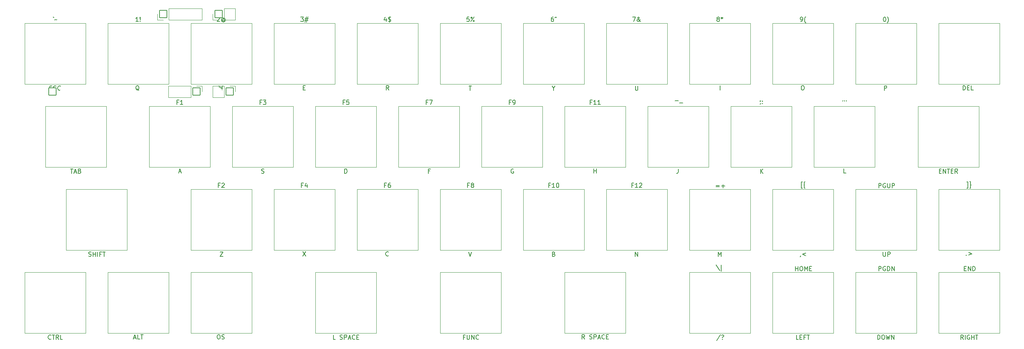
<source format=gto>
G04 #@! TF.GenerationSoftware,KiCad,Pcbnew,(6.0.2-0)*
G04 #@! TF.CreationDate,2022-06-21T21:38:28+10:00*
G04 #@! TF.ProjectId,keyboard-with-attached-pico,6b657962-6f61-4726-942d-776974682d61,1.01*
G04 #@! TF.SameCoordinates,Original*
G04 #@! TF.FileFunction,Legend,Top*
G04 #@! TF.FilePolarity,Positive*
%FSLAX46Y46*%
G04 Gerber Fmt 4.6, Leading zero omitted, Abs format (unit mm)*
G04 Created by KiCad (PCBNEW (6.0.2-0)) date 2022-06-21 21:38:28*
%MOMM*%
%LPD*%
G01*
G04 APERTURE LIST*
G04 Aperture macros list*
%AMRoundRect*
0 Rectangle with rounded corners*
0 $1 Rounding radius*
0 $2 $3 $4 $5 $6 $7 $8 $9 X,Y pos of 4 corners*
0 Add a 4 corners polygon primitive as box body*
4,1,4,$2,$3,$4,$5,$6,$7,$8,$9,$2,$3,0*
0 Add four circle primitives for the rounded corners*
1,1,$1+$1,$2,$3*
1,1,$1+$1,$4,$5*
1,1,$1+$1,$6,$7*
1,1,$1+$1,$8,$9*
0 Add four rect primitives between the rounded corners*
20,1,$1+$1,$2,$3,$4,$5,0*
20,1,$1+$1,$4,$5,$6,$7,0*
20,1,$1+$1,$6,$7,$8,$9,0*
20,1,$1+$1,$8,$9,$2,$3,0*%
G04 Aperture macros list end*
%ADD10C,0.150000*%
%ADD11C,0.120000*%
%ADD12C,1.802000*%
%ADD13C,4.102000*%
%ADD14C,2.302000*%
%ADD15C,3.302000*%
%ADD16RoundRect,0.051000X0.850000X-0.850000X0.850000X0.850000X-0.850000X0.850000X-0.850000X-0.850000X0*%
%ADD17O,1.802000X1.802000*%
%ADD18C,3.152000*%
%ADD19RoundRect,0.051000X-0.850000X0.850000X-0.850000X-0.850000X0.850000X-0.850000X0.850000X0.850000X0*%
G04 APERTURE END LIST*
D10*
X249428095Y-135707428D02*
X250190000Y-135707428D01*
X250428095Y-136183619D02*
X251190000Y-136183619D01*
X296156285Y-174696380D02*
X296156285Y-173696380D01*
X296537238Y-173696380D01*
X296632476Y-173744000D01*
X296680095Y-173791619D01*
X296727714Y-173886857D01*
X296727714Y-174029714D01*
X296680095Y-174124952D01*
X296632476Y-174172571D01*
X296537238Y-174220190D01*
X296156285Y-174220190D01*
X297680095Y-173744000D02*
X297584857Y-173696380D01*
X297442000Y-173696380D01*
X297299142Y-173744000D01*
X297203904Y-173839238D01*
X297156285Y-173934476D01*
X297108666Y-174124952D01*
X297108666Y-174267809D01*
X297156285Y-174458285D01*
X297203904Y-174553523D01*
X297299142Y-174648761D01*
X297442000Y-174696380D01*
X297537238Y-174696380D01*
X297680095Y-174648761D01*
X297727714Y-174601142D01*
X297727714Y-174267809D01*
X297537238Y-174267809D01*
X298156285Y-174696380D02*
X298156285Y-173696380D01*
X298394380Y-173696380D01*
X298537238Y-173744000D01*
X298632476Y-173839238D01*
X298680095Y-173934476D01*
X298727714Y-174124952D01*
X298727714Y-174267809D01*
X298680095Y-174458285D01*
X298632476Y-174553523D01*
X298537238Y-174648761D01*
X298394380Y-174696380D01*
X298156285Y-174696380D01*
X299156285Y-174696380D02*
X299156285Y-173696380D01*
X299727714Y-174696380D01*
X299727714Y-173696380D01*
X287956666Y-135596380D02*
X287861428Y-135786857D01*
X288337619Y-135596380D02*
X288337619Y-135786857D01*
X288718571Y-135596380D02*
X288718571Y-135786857D01*
X315753904Y-174172571D02*
X316087238Y-174172571D01*
X316230095Y-174696380D02*
X315753904Y-174696380D01*
X315753904Y-173696380D01*
X316230095Y-173696380D01*
X316658666Y-174696380D02*
X316658666Y-173696380D01*
X317230095Y-174696380D01*
X317230095Y-173696380D01*
X317706285Y-174696380D02*
X317706285Y-173696380D01*
X317944380Y-173696380D01*
X318087238Y-173744000D01*
X318182476Y-173839238D01*
X318230095Y-173934476D01*
X318277714Y-174124952D01*
X318277714Y-174267809D01*
X318230095Y-174458285D01*
X318182476Y-174553523D01*
X318087238Y-174648761D01*
X317944380Y-174696380D01*
X317706285Y-174696380D01*
X106109523Y-132758571D02*
X106442857Y-132758571D01*
X106585714Y-133282380D02*
X106109523Y-133282380D01*
X106109523Y-132282380D01*
X106585714Y-132282380D01*
X106966666Y-133234761D02*
X107109523Y-133282380D01*
X107347619Y-133282380D01*
X107442857Y-133234761D01*
X107490476Y-133187142D01*
X107538095Y-133091904D01*
X107538095Y-132996666D01*
X107490476Y-132901428D01*
X107442857Y-132853809D01*
X107347619Y-132806190D01*
X107157142Y-132758571D01*
X107061904Y-132710952D01*
X107014285Y-132663333D01*
X106966666Y-132568095D01*
X106966666Y-132472857D01*
X107014285Y-132377619D01*
X107061904Y-132330000D01*
X107157142Y-132282380D01*
X107395238Y-132282380D01*
X107538095Y-132330000D01*
X108538095Y-133187142D02*
X108490476Y-133234761D01*
X108347619Y-133282380D01*
X108252380Y-133282380D01*
X108109523Y-133234761D01*
X108014285Y-133139523D01*
X107966666Y-133044285D01*
X107919047Y-132853809D01*
X107919047Y-132710952D01*
X107966666Y-132520476D01*
X108014285Y-132425238D01*
X108109523Y-132330000D01*
X108252380Y-132282380D01*
X108347619Y-132282380D01*
X108490476Y-132330000D01*
X108538095Y-132377619D01*
X212391904Y-151380000D02*
X212296666Y-151332380D01*
X212153809Y-151332380D01*
X212010952Y-151380000D01*
X211915714Y-151475238D01*
X211868095Y-151570476D01*
X211820476Y-151760952D01*
X211820476Y-151903809D01*
X211868095Y-152094285D01*
X211915714Y-152189523D01*
X212010952Y-152284761D01*
X212153809Y-152332380D01*
X212249047Y-152332380D01*
X212391904Y-152284761D01*
X212439523Y-152237142D01*
X212439523Y-151903809D01*
X212249047Y-151903809D01*
X277058666Y-174696380D02*
X277058666Y-173696380D01*
X277058666Y-174172571D02*
X277630095Y-174172571D01*
X277630095Y-174696380D02*
X277630095Y-173696380D01*
X278296761Y-173696380D02*
X278487238Y-173696380D01*
X278582476Y-173744000D01*
X278677714Y-173839238D01*
X278725333Y-174029714D01*
X278725333Y-174363047D01*
X278677714Y-174553523D01*
X278582476Y-174648761D01*
X278487238Y-174696380D01*
X278296761Y-174696380D01*
X278201523Y-174648761D01*
X278106285Y-174553523D01*
X278058666Y-174363047D01*
X278058666Y-174029714D01*
X278106285Y-173839238D01*
X278201523Y-173744000D01*
X278296761Y-173696380D01*
X279153904Y-174696380D02*
X279153904Y-173696380D01*
X279487238Y-174410666D01*
X279820571Y-173696380D01*
X279820571Y-174696380D01*
X280296761Y-174172571D02*
X280630095Y-174172571D01*
X280772952Y-174696380D02*
X280296761Y-174696380D01*
X280296761Y-173696380D01*
X280772952Y-173696380D01*
X126550952Y-133307619D02*
X126455714Y-133260000D01*
X126360476Y-133164761D01*
X126217619Y-133021904D01*
X126122380Y-132974285D01*
X126027142Y-132974285D01*
X126074761Y-133212380D02*
X125979523Y-133164761D01*
X125884285Y-133069523D01*
X125836666Y-132879047D01*
X125836666Y-132545714D01*
X125884285Y-132355238D01*
X125979523Y-132260000D01*
X126074761Y-132212380D01*
X126265238Y-132212380D01*
X126360476Y-132260000D01*
X126455714Y-132355238D01*
X126503333Y-132545714D01*
X126503333Y-132879047D01*
X126455714Y-133069523D01*
X126360476Y-133164761D01*
X126265238Y-133212380D01*
X126074761Y-133212380D01*
X240284285Y-171392380D02*
X240284285Y-170392380D01*
X240855714Y-171392380D01*
X240855714Y-170392380D01*
X269049523Y-136294761D02*
X269049523Y-136342380D01*
X269001904Y-136437619D01*
X268954285Y-136485238D01*
X269001904Y-135723333D02*
X269049523Y-135770952D01*
X269001904Y-135818571D01*
X268954285Y-135770952D01*
X269001904Y-135723333D01*
X269001904Y-135818571D01*
X269478095Y-136247142D02*
X269525714Y-136294761D01*
X269478095Y-136342380D01*
X269430476Y-136294761D01*
X269478095Y-136247142D01*
X269478095Y-136342380D01*
X269478095Y-135723333D02*
X269525714Y-135770952D01*
X269478095Y-135818571D01*
X269430476Y-135770952D01*
X269478095Y-135723333D01*
X269478095Y-135818571D01*
X221610000Y-132826190D02*
X221610000Y-133302380D01*
X221276666Y-132302380D02*
X221610000Y-132826190D01*
X221943333Y-132302380D01*
X221661428Y-170868571D02*
X221804285Y-170916190D01*
X221851904Y-170963809D01*
X221899523Y-171059047D01*
X221899523Y-171201904D01*
X221851904Y-171297142D01*
X221804285Y-171344761D01*
X221709047Y-171392380D01*
X221328095Y-171392380D01*
X221328095Y-170392380D01*
X221661428Y-170392380D01*
X221756666Y-170440000D01*
X221804285Y-170487619D01*
X221851904Y-170582857D01*
X221851904Y-170678095D01*
X221804285Y-170773333D01*
X221756666Y-170820952D01*
X221661428Y-170868571D01*
X221328095Y-170868571D01*
X154624285Y-152284761D02*
X154767142Y-152332380D01*
X155005238Y-152332380D01*
X155100476Y-152284761D01*
X155148095Y-152237142D01*
X155195714Y-152141904D01*
X155195714Y-152046666D01*
X155148095Y-151951428D01*
X155100476Y-151903809D01*
X155005238Y-151856190D01*
X154814761Y-151808571D01*
X154719523Y-151760952D01*
X154671904Y-151713333D01*
X154624285Y-151618095D01*
X154624285Y-151522857D01*
X154671904Y-151427619D01*
X154719523Y-151380000D01*
X154814761Y-151332380D01*
X155052857Y-151332380D01*
X155195714Y-151380000D01*
X230834285Y-152262380D02*
X230834285Y-151262380D01*
X230834285Y-151738571D02*
X231405714Y-151738571D01*
X231405714Y-152262380D02*
X231405714Y-151262380D01*
X278248571Y-171274761D02*
X278248571Y-171322380D01*
X278200952Y-171417619D01*
X278153333Y-171465238D01*
X279439047Y-170655714D02*
X278677142Y-170941428D01*
X279439047Y-171227142D01*
X144911428Y-132212380D02*
X145149523Y-133212380D01*
X145340000Y-132498095D01*
X145530476Y-133212380D01*
X145768571Y-132212380D01*
X135711904Y-151976666D02*
X136188095Y-151976666D01*
X135616666Y-152262380D02*
X135950000Y-151262380D01*
X136283333Y-152262380D01*
X164205714Y-132688571D02*
X164539047Y-132688571D01*
X164681904Y-133212380D02*
X164205714Y-133212380D01*
X164205714Y-132212380D01*
X164681904Y-132212380D01*
X296156285Y-155646380D02*
X296156285Y-154646380D01*
X296537238Y-154646380D01*
X296632476Y-154694000D01*
X296680095Y-154741619D01*
X296727714Y-154836857D01*
X296727714Y-154979714D01*
X296680095Y-155074952D01*
X296632476Y-155122571D01*
X296537238Y-155170190D01*
X296156285Y-155170190D01*
X297680095Y-154694000D02*
X297584857Y-154646380D01*
X297442000Y-154646380D01*
X297299142Y-154694000D01*
X297203904Y-154789238D01*
X297156285Y-154884476D01*
X297108666Y-155074952D01*
X297108666Y-155217809D01*
X297156285Y-155408285D01*
X297203904Y-155503523D01*
X297299142Y-155598761D01*
X297442000Y-155646380D01*
X297537238Y-155646380D01*
X297680095Y-155598761D01*
X297727714Y-155551142D01*
X297727714Y-155217809D01*
X297537238Y-155217809D01*
X298156285Y-154646380D02*
X298156285Y-155455904D01*
X298203904Y-155551142D01*
X298251523Y-155598761D01*
X298346761Y-155646380D01*
X298537238Y-155646380D01*
X298632476Y-155598761D01*
X298680095Y-155551142D01*
X298727714Y-155455904D01*
X298727714Y-154646380D01*
X299203904Y-155646380D02*
X299203904Y-154646380D01*
X299584857Y-154646380D01*
X299680095Y-154694000D01*
X299727714Y-154741619D01*
X299775333Y-154836857D01*
X299775333Y-154979714D01*
X299727714Y-155074952D01*
X299680095Y-155122571D01*
X299584857Y-155170190D01*
X299203904Y-155170190D01*
X164096666Y-170322380D02*
X164763333Y-171322380D01*
X164763333Y-170322380D02*
X164096666Y-171322380D01*
X202204285Y-132282380D02*
X202775714Y-132282380D01*
X202490000Y-133282380D02*
X202490000Y-132282380D01*
X145116666Y-170392380D02*
X145783333Y-170392380D01*
X145116666Y-171392380D01*
X145783333Y-171392380D01*
X193222857Y-151808571D02*
X192889523Y-151808571D01*
X192889523Y-152332380D02*
X192889523Y-151332380D01*
X193365714Y-151332380D01*
X316240952Y-171087142D02*
X316288571Y-171134761D01*
X316240952Y-171182380D01*
X316193333Y-171134761D01*
X316240952Y-171087142D01*
X316240952Y-171182380D01*
X316717142Y-170515714D02*
X317479047Y-170801428D01*
X316717142Y-171087142D01*
X240354285Y-132302380D02*
X240354285Y-133111904D01*
X240401904Y-133207142D01*
X240449523Y-133254761D01*
X240544761Y-133302380D01*
X240735238Y-133302380D01*
X240830476Y-133254761D01*
X240878095Y-133207142D01*
X240925714Y-133111904D01*
X240925714Y-132302380D01*
X297428095Y-133282380D02*
X297428095Y-132282380D01*
X297809047Y-132282380D01*
X297904285Y-132330000D01*
X297951904Y-132377619D01*
X297999523Y-132472857D01*
X297999523Y-132615714D01*
X297951904Y-132710952D01*
X297904285Y-132758571D01*
X297809047Y-132806190D01*
X297428095Y-132806190D01*
X259842000Y-189396761D02*
X258984857Y-190682476D01*
X260318190Y-190349142D02*
X260365809Y-190396761D01*
X260318190Y-190444380D01*
X260270571Y-190396761D01*
X260318190Y-190349142D01*
X260318190Y-190444380D01*
X260127714Y-189492000D02*
X260222952Y-189444380D01*
X260461047Y-189444380D01*
X260556285Y-189492000D01*
X260603904Y-189587238D01*
X260603904Y-189682476D01*
X260556285Y-189777714D01*
X260508666Y-189825333D01*
X260413428Y-189872952D01*
X260365809Y-189920571D01*
X260318190Y-190015809D01*
X260318190Y-190063428D01*
X183729523Y-171227142D02*
X183681904Y-171274761D01*
X183539047Y-171322380D01*
X183443809Y-171322380D01*
X183300952Y-171274761D01*
X183205714Y-171179523D01*
X183158095Y-171084285D01*
X183110476Y-170893809D01*
X183110476Y-170750952D01*
X183158095Y-170560476D01*
X183205714Y-170465238D01*
X183300952Y-170370000D01*
X183443809Y-170322380D01*
X183539047Y-170322380D01*
X183681904Y-170370000D01*
X183729523Y-170417619D01*
X202136666Y-170392380D02*
X202470000Y-171392380D01*
X202803333Y-170392380D01*
X258842000Y-155122571D02*
X259603904Y-155122571D01*
X259603904Y-155408285D02*
X258842000Y-155408285D01*
X260080095Y-155265428D02*
X260842000Y-155265428D01*
X260461047Y-155646380D02*
X260461047Y-154884476D01*
X183819523Y-133212380D02*
X183486190Y-132736190D01*
X183248095Y-133212380D02*
X183248095Y-132212380D01*
X183629047Y-132212380D01*
X183724285Y-132260000D01*
X183771904Y-132307619D01*
X183819523Y-132402857D01*
X183819523Y-132545714D01*
X183771904Y-132640952D01*
X183724285Y-132688571D01*
X183629047Y-132736190D01*
X183248095Y-132736190D01*
X259760000Y-133212380D02*
X259760000Y-132212380D01*
X173698095Y-152332380D02*
X173698095Y-151332380D01*
X173936190Y-151332380D01*
X174079047Y-151380000D01*
X174174285Y-151475238D01*
X174221904Y-151570476D01*
X174269523Y-151760952D01*
X174269523Y-151903809D01*
X174221904Y-152094285D01*
X174174285Y-152189523D01*
X174079047Y-152284761D01*
X173936190Y-152332380D01*
X173698095Y-152332380D01*
X278614761Y-132212380D02*
X278805238Y-132212380D01*
X278900476Y-132260000D01*
X278995714Y-132355238D01*
X279043333Y-132545714D01*
X279043333Y-132879047D01*
X278995714Y-133069523D01*
X278900476Y-133164761D01*
X278805238Y-133212380D01*
X278614761Y-133212380D01*
X278519523Y-133164761D01*
X278424285Y-133069523D01*
X278376666Y-132879047D01*
X278376666Y-132545714D01*
X278424285Y-132355238D01*
X278519523Y-132260000D01*
X278614761Y-132212380D01*
X106862619Y-116450761D02*
X107005476Y-116593619D01*
X107243571Y-117117428D02*
X107291190Y-117069809D01*
X107386428Y-117022190D01*
X107576904Y-117117428D01*
X107672142Y-117069809D01*
X107719761Y-117022190D01*
X126412619Y-117498380D02*
X125841190Y-117498380D01*
X126126904Y-117498380D02*
X126126904Y-116498380D01*
X126031666Y-116641238D01*
X125936428Y-116736476D01*
X125841190Y-116784095D01*
X126841190Y-117403142D02*
X126888809Y-117450761D01*
X126841190Y-117498380D01*
X126793571Y-117450761D01*
X126841190Y-117403142D01*
X126841190Y-117498380D01*
X126841190Y-117117428D02*
X126793571Y-116546000D01*
X126841190Y-116498380D01*
X126888809Y-116546000D01*
X126841190Y-117117428D01*
X126841190Y-116498380D01*
X315470952Y-133212380D02*
X315470952Y-132212380D01*
X315709047Y-132212380D01*
X315851904Y-132260000D01*
X315947142Y-132355238D01*
X315994761Y-132450476D01*
X316042380Y-132640952D01*
X316042380Y-132783809D01*
X315994761Y-132974285D01*
X315947142Y-133069523D01*
X315851904Y-133164761D01*
X315709047Y-133212380D01*
X315470952Y-133212380D01*
X316470952Y-132688571D02*
X316804285Y-132688571D01*
X316947142Y-133212380D02*
X316470952Y-133212380D01*
X316470952Y-132212380D01*
X316947142Y-132212380D01*
X317851904Y-133212380D02*
X317375714Y-133212380D01*
X317375714Y-132212380D01*
X192706666Y-136024571D02*
X192373333Y-136024571D01*
X192373333Y-136548380D02*
X192373333Y-135548380D01*
X192849523Y-135548380D01*
X193135238Y-135548380D02*
X193801904Y-135548380D01*
X193373333Y-136548380D01*
X250202857Y-151332380D02*
X250202857Y-152046666D01*
X250155238Y-152189523D01*
X250060000Y-152284761D01*
X249917142Y-152332380D01*
X249821904Y-152332380D01*
X297154285Y-170392380D02*
X297154285Y-171201904D01*
X297201904Y-171297142D01*
X297249523Y-171344761D01*
X297344761Y-171392380D01*
X297535238Y-171392380D01*
X297630476Y-171344761D01*
X297678095Y-171297142D01*
X297725714Y-171201904D01*
X297725714Y-170392380D01*
X298201904Y-171392380D02*
X298201904Y-170392380D01*
X298582857Y-170392380D01*
X298678095Y-170440000D01*
X298725714Y-170487619D01*
X298773333Y-170582857D01*
X298773333Y-170725714D01*
X298725714Y-170820952D01*
X298678095Y-170868571D01*
X298582857Y-170916190D01*
X298201904Y-170916190D01*
X297434047Y-116498380D02*
X297529285Y-116498380D01*
X297624523Y-116546000D01*
X297672142Y-116593619D01*
X297719761Y-116688857D01*
X297767380Y-116879333D01*
X297767380Y-117117428D01*
X297719761Y-117307904D01*
X297672142Y-117403142D01*
X297624523Y-117450761D01*
X297529285Y-117498380D01*
X297434047Y-117498380D01*
X297338809Y-117450761D01*
X297291190Y-117403142D01*
X297243571Y-117307904D01*
X297195952Y-117117428D01*
X297195952Y-116879333D01*
X297243571Y-116688857D01*
X297291190Y-116593619D01*
X297338809Y-116546000D01*
X297434047Y-116498380D01*
X298100714Y-117879333D02*
X298148333Y-117831714D01*
X298243571Y-117688857D01*
X298291190Y-117593619D01*
X298338809Y-117450761D01*
X298386428Y-117212666D01*
X298386428Y-117022190D01*
X298338809Y-116784095D01*
X298291190Y-116641238D01*
X298243571Y-116546000D01*
X298148333Y-116403142D01*
X298100714Y-116355523D01*
X183229285Y-116831714D02*
X183229285Y-117498380D01*
X182991190Y-116450761D02*
X182753095Y-117165047D01*
X183372142Y-117165047D01*
X183705476Y-117450761D02*
X183848333Y-117498380D01*
X184086428Y-117498380D01*
X184181666Y-117450761D01*
X184229285Y-117403142D01*
X184276904Y-117307904D01*
X184276904Y-117212666D01*
X184229285Y-117117428D01*
X184181666Y-117069809D01*
X184086428Y-117022190D01*
X183895952Y-116974571D01*
X183800714Y-116926952D01*
X183753095Y-116879333D01*
X183705476Y-116784095D01*
X183705476Y-116688857D01*
X183753095Y-116593619D01*
X183800714Y-116546000D01*
X183895952Y-116498380D01*
X184134047Y-116498380D01*
X184276904Y-116546000D01*
X183991190Y-116355523D02*
X183991190Y-117641238D01*
X259356666Y-171392380D02*
X259356666Y-170392380D01*
X259690000Y-171106666D01*
X260023333Y-170392380D01*
X260023333Y-171392380D01*
X202231666Y-155074571D02*
X201898333Y-155074571D01*
X201898333Y-155598380D02*
X201898333Y-154598380D01*
X202374523Y-154598380D01*
X202898333Y-155026952D02*
X202803095Y-154979333D01*
X202755476Y-154931714D01*
X202707857Y-154836476D01*
X202707857Y-154788857D01*
X202755476Y-154693619D01*
X202803095Y-154646000D01*
X202898333Y-154598380D01*
X203088809Y-154598380D01*
X203184047Y-154646000D01*
X203231666Y-154693619D01*
X203279285Y-154788857D01*
X203279285Y-154836476D01*
X203231666Y-154931714D01*
X203184047Y-154979333D01*
X203088809Y-155026952D01*
X202898333Y-155026952D01*
X202803095Y-155074571D01*
X202755476Y-155122190D01*
X202707857Y-155217428D01*
X202707857Y-155407904D01*
X202755476Y-155503142D01*
X202803095Y-155550761D01*
X202898333Y-155598380D01*
X203088809Y-155598380D01*
X203184047Y-155550761D01*
X203231666Y-155503142D01*
X203279285Y-155407904D01*
X203279285Y-155217428D01*
X203231666Y-155122190D01*
X203184047Y-155074571D01*
X203088809Y-155026952D01*
X269058095Y-152332380D02*
X269058095Y-151332380D01*
X269629523Y-152332380D02*
X269200952Y-151760952D01*
X269629523Y-151332380D02*
X269058095Y-151903809D01*
X228721428Y-190372380D02*
X228388095Y-189896190D01*
X228150000Y-190372380D02*
X228150000Y-189372380D01*
X228530952Y-189372380D01*
X228626190Y-189420000D01*
X228673809Y-189467619D01*
X228721428Y-189562857D01*
X228721428Y-189705714D01*
X228673809Y-189800952D01*
X228626190Y-189848571D01*
X228530952Y-189896190D01*
X228150000Y-189896190D01*
X229864285Y-190324761D02*
X230007142Y-190372380D01*
X230245238Y-190372380D01*
X230340476Y-190324761D01*
X230388095Y-190277142D01*
X230435714Y-190181904D01*
X230435714Y-190086666D01*
X230388095Y-189991428D01*
X230340476Y-189943809D01*
X230245238Y-189896190D01*
X230054761Y-189848571D01*
X229959523Y-189800952D01*
X229911904Y-189753333D01*
X229864285Y-189658095D01*
X229864285Y-189562857D01*
X229911904Y-189467619D01*
X229959523Y-189420000D01*
X230054761Y-189372380D01*
X230292857Y-189372380D01*
X230435714Y-189420000D01*
X230864285Y-190372380D02*
X230864285Y-189372380D01*
X231245238Y-189372380D01*
X231340476Y-189420000D01*
X231388095Y-189467619D01*
X231435714Y-189562857D01*
X231435714Y-189705714D01*
X231388095Y-189800952D01*
X231340476Y-189848571D01*
X231245238Y-189896190D01*
X230864285Y-189896190D01*
X231816666Y-190086666D02*
X232292857Y-190086666D01*
X231721428Y-190372380D02*
X232054761Y-189372380D01*
X232388095Y-190372380D01*
X233292857Y-190277142D02*
X233245238Y-190324761D01*
X233102380Y-190372380D01*
X233007142Y-190372380D01*
X232864285Y-190324761D01*
X232769047Y-190229523D01*
X232721428Y-190134285D01*
X232673809Y-189943809D01*
X232673809Y-189800952D01*
X232721428Y-189610476D01*
X232769047Y-189515238D01*
X232864285Y-189420000D01*
X233007142Y-189372380D01*
X233102380Y-189372380D01*
X233245238Y-189420000D01*
X233292857Y-189467619D01*
X233721428Y-189848571D02*
X234054761Y-189848571D01*
X234197619Y-190372380D02*
X233721428Y-190372380D01*
X233721428Y-189372380D01*
X234197619Y-189372380D01*
X278241190Y-117498380D02*
X278431666Y-117498380D01*
X278526904Y-117450761D01*
X278574523Y-117403142D01*
X278669761Y-117260285D01*
X278717380Y-117069809D01*
X278717380Y-116688857D01*
X278669761Y-116593619D01*
X278622142Y-116546000D01*
X278526904Y-116498380D01*
X278336428Y-116498380D01*
X278241190Y-116546000D01*
X278193571Y-116593619D01*
X278145952Y-116688857D01*
X278145952Y-116926952D01*
X278193571Y-117022190D01*
X278241190Y-117069809D01*
X278336428Y-117117428D01*
X278526904Y-117117428D01*
X278622142Y-117069809D01*
X278669761Y-117022190D01*
X278717380Y-116926952D01*
X279431666Y-117879333D02*
X279384047Y-117831714D01*
X279288809Y-117688857D01*
X279241190Y-117593619D01*
X279193571Y-117450761D01*
X279145952Y-117212666D01*
X279145952Y-117022190D01*
X279193571Y-116784095D01*
X279241190Y-116641238D01*
X279288809Y-116546000D01*
X279384047Y-116403142D01*
X279431666Y-116355523D01*
X230330476Y-136024571D02*
X229997142Y-136024571D01*
X229997142Y-136548380D02*
X229997142Y-135548380D01*
X230473333Y-135548380D01*
X231378095Y-136548380D02*
X230806666Y-136548380D01*
X231092380Y-136548380D02*
X231092380Y-135548380D01*
X230997142Y-135691238D01*
X230901904Y-135786476D01*
X230806666Y-135834095D01*
X232330476Y-136548380D02*
X231759047Y-136548380D01*
X232044761Y-136548380D02*
X232044761Y-135548380D01*
X231949523Y-135691238D01*
X231854285Y-135786476D01*
X231759047Y-135834095D01*
X173656666Y-136024571D02*
X173323333Y-136024571D01*
X173323333Y-136548380D02*
X173323333Y-135548380D01*
X173799523Y-135548380D01*
X174656666Y-135548380D02*
X174180476Y-135548380D01*
X174132857Y-136024571D01*
X174180476Y-135976952D01*
X174275714Y-135929333D01*
X174513809Y-135929333D01*
X174609047Y-135976952D01*
X174656666Y-136024571D01*
X174704285Y-136119809D01*
X174704285Y-136357904D01*
X174656666Y-136453142D01*
X174609047Y-136500761D01*
X174513809Y-136548380D01*
X174275714Y-136548380D01*
X174180476Y-136500761D01*
X174132857Y-136453142D01*
X135556666Y-136024571D02*
X135223333Y-136024571D01*
X135223333Y-136548380D02*
X135223333Y-135548380D01*
X135699523Y-135548380D01*
X136604285Y-136548380D02*
X136032857Y-136548380D01*
X136318571Y-136548380D02*
X136318571Y-135548380D01*
X136223333Y-135691238D01*
X136128095Y-135786476D01*
X136032857Y-135834095D01*
X110855714Y-151332380D02*
X111427142Y-151332380D01*
X111141428Y-152332380D02*
X111141428Y-151332380D01*
X111712857Y-152046666D02*
X112189047Y-152046666D01*
X111617619Y-152332380D02*
X111950952Y-151332380D01*
X112284285Y-152332380D01*
X112950952Y-151808571D02*
X113093809Y-151856190D01*
X113141428Y-151903809D01*
X113189047Y-151999047D01*
X113189047Y-152141904D01*
X113141428Y-152237142D01*
X113093809Y-152284761D01*
X112998571Y-152332380D01*
X112617619Y-152332380D01*
X112617619Y-151332380D01*
X112950952Y-151332380D01*
X113046190Y-151380000D01*
X113093809Y-151427619D01*
X113141428Y-151522857D01*
X113141428Y-151618095D01*
X113093809Y-151713333D01*
X113046190Y-151760952D01*
X112950952Y-151808571D01*
X112617619Y-151808571D01*
X183181666Y-155074571D02*
X182848333Y-155074571D01*
X182848333Y-155598380D02*
X182848333Y-154598380D01*
X183324523Y-154598380D01*
X184134047Y-154598380D02*
X183943571Y-154598380D01*
X183848333Y-154646000D01*
X183800714Y-154693619D01*
X183705476Y-154836476D01*
X183657857Y-155026952D01*
X183657857Y-155407904D01*
X183705476Y-155503142D01*
X183753095Y-155550761D01*
X183848333Y-155598380D01*
X184038809Y-155598380D01*
X184134047Y-155550761D01*
X184181666Y-155503142D01*
X184229285Y-155407904D01*
X184229285Y-155169809D01*
X184181666Y-155074571D01*
X184134047Y-155026952D01*
X184038809Y-154979333D01*
X183848333Y-154979333D01*
X183753095Y-155026952D01*
X183705476Y-155074571D01*
X183657857Y-155169809D01*
X277757619Y-190442380D02*
X277281428Y-190442380D01*
X277281428Y-189442380D01*
X278090952Y-189918571D02*
X278424285Y-189918571D01*
X278567142Y-190442380D02*
X278090952Y-190442380D01*
X278090952Y-189442380D01*
X278567142Y-189442380D01*
X279329047Y-189918571D02*
X278995714Y-189918571D01*
X278995714Y-190442380D02*
X278995714Y-189442380D01*
X279471904Y-189442380D01*
X279710000Y-189442380D02*
X280281428Y-189442380D01*
X279995714Y-190442380D02*
X279995714Y-189442380D01*
X144486428Y-116593619D02*
X144534047Y-116546000D01*
X144629285Y-116498380D01*
X144867380Y-116498380D01*
X144962619Y-116546000D01*
X145010238Y-116593619D01*
X145057857Y-116688857D01*
X145057857Y-116784095D01*
X145010238Y-116926952D01*
X144438809Y-117498380D01*
X145057857Y-117498380D01*
X146105476Y-117022190D02*
X146057857Y-116974571D01*
X145962619Y-116926952D01*
X145867380Y-116926952D01*
X145772142Y-116974571D01*
X145724523Y-117022190D01*
X145676904Y-117117428D01*
X145676904Y-117212666D01*
X145724523Y-117307904D01*
X145772142Y-117355523D01*
X145867380Y-117403142D01*
X145962619Y-117403142D01*
X146057857Y-117355523D01*
X146105476Y-117307904D01*
X146105476Y-116926952D02*
X146105476Y-117307904D01*
X146153095Y-117355523D01*
X146200714Y-117355523D01*
X146295952Y-117307904D01*
X146343571Y-117212666D01*
X146343571Y-116974571D01*
X146248333Y-116831714D01*
X146105476Y-116736476D01*
X145915000Y-116688857D01*
X145724523Y-116736476D01*
X145581666Y-116831714D01*
X145486428Y-116974571D01*
X145438809Y-117165047D01*
X145486428Y-117355523D01*
X145581666Y-117498380D01*
X145724523Y-117593619D01*
X145915000Y-117641238D01*
X146105476Y-117593619D01*
X146248333Y-117498380D01*
X163631666Y-116498380D02*
X164250714Y-116498380D01*
X163917380Y-116879333D01*
X164060238Y-116879333D01*
X164155476Y-116926952D01*
X164203095Y-116974571D01*
X164250714Y-117069809D01*
X164250714Y-117307904D01*
X164203095Y-117403142D01*
X164155476Y-117450761D01*
X164060238Y-117498380D01*
X163774523Y-117498380D01*
X163679285Y-117450761D01*
X163631666Y-117403142D01*
X164631666Y-116831714D02*
X165345952Y-116831714D01*
X164917380Y-116403142D02*
X164631666Y-117688857D01*
X165250714Y-117260285D02*
X164536428Y-117260285D01*
X164965000Y-117688857D02*
X165250714Y-116403142D01*
X211756666Y-136024571D02*
X211423333Y-136024571D01*
X211423333Y-136548380D02*
X211423333Y-135548380D01*
X211899523Y-135548380D01*
X212328095Y-136548380D02*
X212518571Y-136548380D01*
X212613809Y-136500761D01*
X212661428Y-136453142D01*
X212756666Y-136310285D01*
X212804285Y-136119809D01*
X212804285Y-135738857D01*
X212756666Y-135643619D01*
X212709047Y-135596000D01*
X212613809Y-135548380D01*
X212423333Y-135548380D01*
X212328095Y-135596000D01*
X212280476Y-135643619D01*
X212232857Y-135738857D01*
X212232857Y-135976952D01*
X212280476Y-136072190D01*
X212328095Y-136119809D01*
X212423333Y-136167428D01*
X212613809Y-136167428D01*
X212709047Y-136119809D01*
X212756666Y-136072190D01*
X212804285Y-135976952D01*
X145081666Y-155074571D02*
X144748333Y-155074571D01*
X144748333Y-155598380D02*
X144748333Y-154598380D01*
X145224523Y-154598380D01*
X145557857Y-154693619D02*
X145605476Y-154646000D01*
X145700714Y-154598380D01*
X145938809Y-154598380D01*
X146034047Y-154646000D01*
X146081666Y-154693619D01*
X146129285Y-154788857D01*
X146129285Y-154884095D01*
X146081666Y-155026952D01*
X145510238Y-155598380D01*
X146129285Y-155598380D01*
X288619523Y-152262380D02*
X288143333Y-152262380D01*
X288143333Y-151262380D01*
X154606666Y-136024571D02*
X154273333Y-136024571D01*
X154273333Y-136548380D02*
X154273333Y-135548380D01*
X154749523Y-135548380D01*
X155035238Y-135548380D02*
X155654285Y-135548380D01*
X155320952Y-135929333D01*
X155463809Y-135929333D01*
X155559047Y-135976952D01*
X155606666Y-136024571D01*
X155654285Y-136119809D01*
X155654285Y-136357904D01*
X155606666Y-136453142D01*
X155559047Y-136500761D01*
X155463809Y-136548380D01*
X155178095Y-136548380D01*
X155082857Y-136500761D01*
X155035238Y-136453142D01*
X115012857Y-171344761D02*
X115155714Y-171392380D01*
X115393809Y-171392380D01*
X115489047Y-171344761D01*
X115536666Y-171297142D01*
X115584285Y-171201904D01*
X115584285Y-171106666D01*
X115536666Y-171011428D01*
X115489047Y-170963809D01*
X115393809Y-170916190D01*
X115203333Y-170868571D01*
X115108095Y-170820952D01*
X115060476Y-170773333D01*
X115012857Y-170678095D01*
X115012857Y-170582857D01*
X115060476Y-170487619D01*
X115108095Y-170440000D01*
X115203333Y-170392380D01*
X115441428Y-170392380D01*
X115584285Y-170440000D01*
X116012857Y-171392380D02*
X116012857Y-170392380D01*
X116012857Y-170868571D02*
X116584285Y-170868571D01*
X116584285Y-171392380D02*
X116584285Y-170392380D01*
X117060476Y-171392380D02*
X117060476Y-170392380D01*
X117870000Y-170868571D02*
X117536666Y-170868571D01*
X117536666Y-171392380D02*
X117536666Y-170392380D01*
X118012857Y-170392380D01*
X118250952Y-170392380D02*
X118822380Y-170392380D01*
X118536666Y-171392380D02*
X118536666Y-170392380D01*
X239712619Y-116498380D02*
X240379285Y-116498380D01*
X239950714Y-117498380D01*
X241569761Y-117498380D02*
X241522142Y-117498380D01*
X241426904Y-117450761D01*
X241284047Y-117307904D01*
X241045952Y-117022190D01*
X240950714Y-116879333D01*
X240903095Y-116736476D01*
X240903095Y-116641238D01*
X240950714Y-116546000D01*
X241045952Y-116498380D01*
X241093571Y-116498380D01*
X241188809Y-116546000D01*
X241236428Y-116641238D01*
X241236428Y-116688857D01*
X241188809Y-116784095D01*
X241141190Y-116831714D01*
X240855476Y-117022190D01*
X240807857Y-117069809D01*
X240760238Y-117165047D01*
X240760238Y-117307904D01*
X240807857Y-117403142D01*
X240855476Y-117450761D01*
X240950714Y-117498380D01*
X241093571Y-117498380D01*
X241188809Y-117450761D01*
X241236428Y-117403142D01*
X241379285Y-117212666D01*
X241426904Y-117069809D01*
X241426904Y-116974571D01*
X220805476Y-155074571D02*
X220472142Y-155074571D01*
X220472142Y-155598380D02*
X220472142Y-154598380D01*
X220948333Y-154598380D01*
X221853095Y-155598380D02*
X221281666Y-155598380D01*
X221567380Y-155598380D02*
X221567380Y-154598380D01*
X221472142Y-154741238D01*
X221376904Y-154836476D01*
X221281666Y-154884095D01*
X222472142Y-154598380D02*
X222567380Y-154598380D01*
X222662619Y-154646000D01*
X222710238Y-154693619D01*
X222757857Y-154788857D01*
X222805476Y-154979333D01*
X222805476Y-155217428D01*
X222757857Y-155407904D01*
X222710238Y-155503142D01*
X222662619Y-155550761D01*
X222567380Y-155598380D01*
X222472142Y-155598380D01*
X222376904Y-155550761D01*
X222329285Y-155503142D01*
X222281666Y-155407904D01*
X222234047Y-155217428D01*
X222234047Y-154979333D01*
X222281666Y-154788857D01*
X222329285Y-154693619D01*
X222376904Y-154646000D01*
X222472142Y-154598380D01*
X315531666Y-190444380D02*
X315198333Y-189968190D01*
X314960238Y-190444380D02*
X314960238Y-189444380D01*
X315341190Y-189444380D01*
X315436428Y-189492000D01*
X315484047Y-189539619D01*
X315531666Y-189634857D01*
X315531666Y-189777714D01*
X315484047Y-189872952D01*
X315436428Y-189920571D01*
X315341190Y-189968190D01*
X314960238Y-189968190D01*
X315960238Y-190444380D02*
X315960238Y-189444380D01*
X316960238Y-189492000D02*
X316865000Y-189444380D01*
X316722142Y-189444380D01*
X316579285Y-189492000D01*
X316484047Y-189587238D01*
X316436428Y-189682476D01*
X316388809Y-189872952D01*
X316388809Y-190015809D01*
X316436428Y-190206285D01*
X316484047Y-190301523D01*
X316579285Y-190396761D01*
X316722142Y-190444380D01*
X316817380Y-190444380D01*
X316960238Y-190396761D01*
X317007857Y-190349142D01*
X317007857Y-190015809D01*
X316817380Y-190015809D01*
X317436428Y-190444380D02*
X317436428Y-189444380D01*
X317436428Y-189920571D02*
X318007857Y-189920571D01*
X318007857Y-190444380D02*
X318007857Y-189444380D01*
X318341190Y-189444380D02*
X318912619Y-189444380D01*
X318626904Y-190444380D02*
X318626904Y-189444380D01*
X259238809Y-116926952D02*
X259143571Y-116879333D01*
X259095952Y-116831714D01*
X259048333Y-116736476D01*
X259048333Y-116688857D01*
X259095952Y-116593619D01*
X259143571Y-116546000D01*
X259238809Y-116498380D01*
X259429285Y-116498380D01*
X259524523Y-116546000D01*
X259572142Y-116593619D01*
X259619761Y-116688857D01*
X259619761Y-116736476D01*
X259572142Y-116831714D01*
X259524523Y-116879333D01*
X259429285Y-116926952D01*
X259238809Y-116926952D01*
X259143571Y-116974571D01*
X259095952Y-117022190D01*
X259048333Y-117117428D01*
X259048333Y-117307904D01*
X259095952Y-117403142D01*
X259143571Y-117450761D01*
X259238809Y-117498380D01*
X259429285Y-117498380D01*
X259524523Y-117450761D01*
X259572142Y-117403142D01*
X259619761Y-117307904D01*
X259619761Y-117117428D01*
X259572142Y-117022190D01*
X259524523Y-116974571D01*
X259429285Y-116926952D01*
X260191190Y-116498380D02*
X260191190Y-116736476D01*
X259953095Y-116641238D02*
X260191190Y-116736476D01*
X260429285Y-116641238D01*
X260048333Y-116926952D02*
X260191190Y-116736476D01*
X260334047Y-116926952D01*
X316341190Y-155725714D02*
X316579285Y-155725714D01*
X316579285Y-154297142D01*
X316341190Y-154297142D01*
X317007857Y-155773333D02*
X317055476Y-155773333D01*
X317150714Y-155725714D01*
X317198333Y-155630476D01*
X317198333Y-155154285D01*
X317245952Y-155059047D01*
X317341190Y-155011428D01*
X317245952Y-154963809D01*
X317198333Y-154868571D01*
X317198333Y-154392380D01*
X317150714Y-154297142D01*
X317055476Y-154249523D01*
X317007857Y-154249523D01*
X202231666Y-116498380D02*
X201755476Y-116498380D01*
X201707857Y-116974571D01*
X201755476Y-116926952D01*
X201850714Y-116879333D01*
X202088809Y-116879333D01*
X202184047Y-116926952D01*
X202231666Y-116974571D01*
X202279285Y-117069809D01*
X202279285Y-117307904D01*
X202231666Y-117403142D01*
X202184047Y-117450761D01*
X202088809Y-117498380D01*
X201850714Y-117498380D01*
X201755476Y-117450761D01*
X201707857Y-117403142D01*
X202660238Y-117498380D02*
X203422142Y-116498380D01*
X202803095Y-116498380D02*
X202898333Y-116546000D01*
X202945952Y-116641238D01*
X202898333Y-116736476D01*
X202803095Y-116784095D01*
X202707857Y-116736476D01*
X202660238Y-116641238D01*
X202707857Y-116546000D01*
X202803095Y-116498380D01*
X203374523Y-117450761D02*
X203422142Y-117355523D01*
X203374523Y-117260285D01*
X203279285Y-117212666D01*
X203184047Y-117260285D01*
X203136428Y-117355523D01*
X203184047Y-117450761D01*
X203279285Y-117498380D01*
X203374523Y-117450761D01*
X164131666Y-155074571D02*
X163798333Y-155074571D01*
X163798333Y-155598380D02*
X163798333Y-154598380D01*
X164274523Y-154598380D01*
X165084047Y-154931714D02*
X165084047Y-155598380D01*
X164845952Y-154550761D02*
X164607857Y-155265047D01*
X165226904Y-155265047D01*
X144718571Y-189372380D02*
X144909047Y-189372380D01*
X145004285Y-189420000D01*
X145099523Y-189515238D01*
X145147142Y-189705714D01*
X145147142Y-190039047D01*
X145099523Y-190229523D01*
X145004285Y-190324761D01*
X144909047Y-190372380D01*
X144718571Y-190372380D01*
X144623333Y-190324761D01*
X144528095Y-190229523D01*
X144480476Y-190039047D01*
X144480476Y-189705714D01*
X144528095Y-189515238D01*
X144623333Y-189420000D01*
X144718571Y-189372380D01*
X145528095Y-190324761D02*
X145670952Y-190372380D01*
X145909047Y-190372380D01*
X146004285Y-190324761D01*
X146051904Y-190277142D01*
X146099523Y-190181904D01*
X146099523Y-190086666D01*
X146051904Y-189991428D01*
X146004285Y-189943809D01*
X145909047Y-189896190D01*
X145718571Y-189848571D01*
X145623333Y-189800952D01*
X145575714Y-189753333D01*
X145528095Y-189658095D01*
X145528095Y-189562857D01*
X145575714Y-189467619D01*
X145623333Y-189420000D01*
X145718571Y-189372380D01*
X145956666Y-189372380D01*
X146099523Y-189420000D01*
X310048571Y-151808571D02*
X310381904Y-151808571D01*
X310524761Y-152332380D02*
X310048571Y-152332380D01*
X310048571Y-151332380D01*
X310524761Y-151332380D01*
X310953333Y-152332380D02*
X310953333Y-151332380D01*
X311524761Y-152332380D01*
X311524761Y-151332380D01*
X311858095Y-151332380D02*
X312429523Y-151332380D01*
X312143809Y-152332380D02*
X312143809Y-151332380D01*
X312762857Y-151808571D02*
X313096190Y-151808571D01*
X313239047Y-152332380D02*
X312762857Y-152332380D01*
X312762857Y-151332380D01*
X313239047Y-151332380D01*
X314239047Y-152332380D02*
X313905714Y-151856190D01*
X313667619Y-152332380D02*
X313667619Y-151332380D01*
X314048571Y-151332380D01*
X314143809Y-151380000D01*
X314191428Y-151427619D01*
X314239047Y-151522857D01*
X314239047Y-151665714D01*
X314191428Y-151760952D01*
X314143809Y-151808571D01*
X314048571Y-151856190D01*
X313667619Y-151856190D01*
X239855476Y-155074571D02*
X239522142Y-155074571D01*
X239522142Y-155598380D02*
X239522142Y-154598380D01*
X239998333Y-154598380D01*
X240903095Y-155598380D02*
X240331666Y-155598380D01*
X240617380Y-155598380D02*
X240617380Y-154598380D01*
X240522142Y-154741238D01*
X240426904Y-154836476D01*
X240331666Y-154884095D01*
X241284047Y-154693619D02*
X241331666Y-154646000D01*
X241426904Y-154598380D01*
X241665000Y-154598380D01*
X241760238Y-154646000D01*
X241807857Y-154693619D01*
X241855476Y-154788857D01*
X241855476Y-154884095D01*
X241807857Y-155026952D01*
X241236428Y-155598380D01*
X241855476Y-155598380D01*
X278622142Y-155725714D02*
X278384047Y-155725714D01*
X278384047Y-154297142D01*
X278622142Y-154297142D01*
X279288809Y-155773333D02*
X279241190Y-155773333D01*
X279145952Y-155725714D01*
X279098333Y-155630476D01*
X279098333Y-155154285D01*
X279050714Y-155059047D01*
X278955476Y-155011428D01*
X279050714Y-154963809D01*
X279098333Y-154868571D01*
X279098333Y-154392380D01*
X279145952Y-154297142D01*
X279241190Y-154249523D01*
X279288809Y-154249523D01*
X201235238Y-189918571D02*
X200901904Y-189918571D01*
X200901904Y-190442380D02*
X200901904Y-189442380D01*
X201378095Y-189442380D01*
X201759047Y-189442380D02*
X201759047Y-190251904D01*
X201806666Y-190347142D01*
X201854285Y-190394761D01*
X201949523Y-190442380D01*
X202140000Y-190442380D01*
X202235238Y-190394761D01*
X202282857Y-190347142D01*
X202330476Y-190251904D01*
X202330476Y-189442380D01*
X202806666Y-190442380D02*
X202806666Y-189442380D01*
X203378095Y-190442380D01*
X203378095Y-189442380D01*
X204425714Y-190347142D02*
X204378095Y-190394761D01*
X204235238Y-190442380D01*
X204140000Y-190442380D01*
X203997142Y-190394761D01*
X203901904Y-190299523D01*
X203854285Y-190204285D01*
X203806666Y-190013809D01*
X203806666Y-189870952D01*
X203854285Y-189680476D01*
X203901904Y-189585238D01*
X203997142Y-189490000D01*
X204140000Y-189442380D01*
X204235238Y-189442380D01*
X204378095Y-189490000D01*
X204425714Y-189537619D01*
X258810238Y-173347142D02*
X259667380Y-174632857D01*
X260048333Y-174775714D02*
X260048333Y-173347142D01*
X295899047Y-190442380D02*
X295899047Y-189442380D01*
X296137142Y-189442380D01*
X296280000Y-189490000D01*
X296375238Y-189585238D01*
X296422857Y-189680476D01*
X296470476Y-189870952D01*
X296470476Y-190013809D01*
X296422857Y-190204285D01*
X296375238Y-190299523D01*
X296280000Y-190394761D01*
X296137142Y-190442380D01*
X295899047Y-190442380D01*
X297089523Y-189442380D02*
X297280000Y-189442380D01*
X297375238Y-189490000D01*
X297470476Y-189585238D01*
X297518095Y-189775714D01*
X297518095Y-190109047D01*
X297470476Y-190299523D01*
X297375238Y-190394761D01*
X297280000Y-190442380D01*
X297089523Y-190442380D01*
X296994285Y-190394761D01*
X296899047Y-190299523D01*
X296851428Y-190109047D01*
X296851428Y-189775714D01*
X296899047Y-189585238D01*
X296994285Y-189490000D01*
X297089523Y-189442380D01*
X297851428Y-189442380D02*
X298089523Y-190442380D01*
X298280000Y-189728095D01*
X298470476Y-190442380D01*
X298708571Y-189442380D01*
X299089523Y-190442380D02*
X299089523Y-189442380D01*
X299660952Y-190442380D01*
X299660952Y-189442380D01*
X106343809Y-190347142D02*
X106296190Y-190394761D01*
X106153333Y-190442380D01*
X106058095Y-190442380D01*
X105915238Y-190394761D01*
X105820000Y-190299523D01*
X105772380Y-190204285D01*
X105724761Y-190013809D01*
X105724761Y-189870952D01*
X105772380Y-189680476D01*
X105820000Y-189585238D01*
X105915238Y-189490000D01*
X106058095Y-189442380D01*
X106153333Y-189442380D01*
X106296190Y-189490000D01*
X106343809Y-189537619D01*
X106629523Y-189442380D02*
X107200952Y-189442380D01*
X106915238Y-190442380D02*
X106915238Y-189442380D01*
X108105714Y-190442380D02*
X107772380Y-189966190D01*
X107534285Y-190442380D02*
X107534285Y-189442380D01*
X107915238Y-189442380D01*
X108010476Y-189490000D01*
X108058095Y-189537619D01*
X108105714Y-189632857D01*
X108105714Y-189775714D01*
X108058095Y-189870952D01*
X108010476Y-189918571D01*
X107915238Y-189966190D01*
X107534285Y-189966190D01*
X109010476Y-190442380D02*
X108534285Y-190442380D01*
X108534285Y-189442380D01*
X171581428Y-190442380D02*
X171105238Y-190442380D01*
X171105238Y-189442380D01*
X172629047Y-190394761D02*
X172771904Y-190442380D01*
X173010000Y-190442380D01*
X173105238Y-190394761D01*
X173152857Y-190347142D01*
X173200476Y-190251904D01*
X173200476Y-190156666D01*
X173152857Y-190061428D01*
X173105238Y-190013809D01*
X173010000Y-189966190D01*
X172819523Y-189918571D01*
X172724285Y-189870952D01*
X172676666Y-189823333D01*
X172629047Y-189728095D01*
X172629047Y-189632857D01*
X172676666Y-189537619D01*
X172724285Y-189490000D01*
X172819523Y-189442380D01*
X173057619Y-189442380D01*
X173200476Y-189490000D01*
X173629047Y-190442380D02*
X173629047Y-189442380D01*
X174010000Y-189442380D01*
X174105238Y-189490000D01*
X174152857Y-189537619D01*
X174200476Y-189632857D01*
X174200476Y-189775714D01*
X174152857Y-189870952D01*
X174105238Y-189918571D01*
X174010000Y-189966190D01*
X173629047Y-189966190D01*
X174581428Y-190156666D02*
X175057619Y-190156666D01*
X174486190Y-190442380D02*
X174819523Y-189442380D01*
X175152857Y-190442380D01*
X176057619Y-190347142D02*
X176010000Y-190394761D01*
X175867142Y-190442380D01*
X175771904Y-190442380D01*
X175629047Y-190394761D01*
X175533809Y-190299523D01*
X175486190Y-190204285D01*
X175438571Y-190013809D01*
X175438571Y-189870952D01*
X175486190Y-189680476D01*
X175533809Y-189585238D01*
X175629047Y-189490000D01*
X175771904Y-189442380D01*
X175867142Y-189442380D01*
X176010000Y-189490000D01*
X176057619Y-189537619D01*
X176486190Y-189918571D02*
X176819523Y-189918571D01*
X176962380Y-190442380D02*
X176486190Y-190442380D01*
X176486190Y-189442380D01*
X176962380Y-189442380D01*
X125356190Y-190086666D02*
X125832380Y-190086666D01*
X125260952Y-190372380D02*
X125594285Y-189372380D01*
X125927619Y-190372380D01*
X126737142Y-190372380D02*
X126260952Y-190372380D01*
X126260952Y-189372380D01*
X126927619Y-189372380D02*
X127499047Y-189372380D01*
X127213333Y-190372380D02*
X127213333Y-189372380D01*
X221519761Y-116498380D02*
X221329285Y-116498380D01*
X221234047Y-116546000D01*
X221186428Y-116593619D01*
X221091190Y-116736476D01*
X221043571Y-116926952D01*
X221043571Y-117307904D01*
X221091190Y-117403142D01*
X221138809Y-117450761D01*
X221234047Y-117498380D01*
X221424523Y-117498380D01*
X221519761Y-117450761D01*
X221567380Y-117403142D01*
X221615000Y-117307904D01*
X221615000Y-117069809D01*
X221567380Y-116974571D01*
X221519761Y-116926952D01*
X221424523Y-116879333D01*
X221234047Y-116879333D01*
X221138809Y-116926952D01*
X221091190Y-116974571D01*
X221043571Y-117069809D01*
X221900714Y-116593619D02*
X222091190Y-116450761D01*
X222281666Y-116593619D01*
D11*
X114300000Y-131905000D02*
X100330000Y-131905000D01*
X100330000Y-117935000D02*
X114300000Y-117935000D01*
X114300000Y-117935000D02*
X114300000Y-131905000D01*
X100330000Y-131905000D02*
X100330000Y-117935000D01*
X133350000Y-131905000D02*
X119380000Y-131905000D01*
X119380000Y-131905000D02*
X119380000Y-117935000D01*
X119380000Y-117935000D02*
X133350000Y-117935000D01*
X133350000Y-117935000D02*
X133350000Y-131905000D01*
X144780000Y-117154000D02*
X143450000Y-117154000D01*
X143450000Y-117154000D02*
X143450000Y-115824000D01*
X148650000Y-117154000D02*
X148650000Y-114494000D01*
X146050000Y-117154000D02*
X146050000Y-114494000D01*
X146050000Y-117154000D02*
X148650000Y-117154000D01*
X146050000Y-114494000D02*
X148650000Y-114494000D01*
X309880000Y-131905000D02*
X309880000Y-117935000D01*
X309880000Y-117935000D02*
X323850000Y-117935000D01*
X323850000Y-117935000D02*
X323850000Y-131905000D01*
X323850000Y-131905000D02*
X309880000Y-131905000D01*
X186055000Y-136985000D02*
X200025000Y-136985000D01*
X200025000Y-150955000D02*
X186055000Y-150955000D01*
X186055000Y-150955000D02*
X186055000Y-136985000D01*
X200025000Y-136985000D02*
X200025000Y-150955000D01*
X257175000Y-136985000D02*
X257175000Y-150955000D01*
X257175000Y-150955000D02*
X243205000Y-150955000D01*
X243205000Y-150955000D02*
X243205000Y-136985000D01*
X243205000Y-136985000D02*
X257175000Y-136985000D01*
X304800000Y-156035000D02*
X304800000Y-170005000D01*
X304800000Y-170005000D02*
X290830000Y-170005000D01*
X290830000Y-170005000D02*
X290830000Y-156035000D01*
X290830000Y-156035000D02*
X304800000Y-156035000D01*
X290830000Y-131905000D02*
X290830000Y-117935000D01*
X290830000Y-117935000D02*
X304800000Y-117935000D01*
X304800000Y-117935000D02*
X304800000Y-131905000D01*
X304800000Y-131905000D02*
X290830000Y-131905000D01*
X190500000Y-131905000D02*
X176530000Y-131905000D01*
X190500000Y-117935000D02*
X190500000Y-131905000D01*
X176530000Y-117935000D02*
X190500000Y-117935000D01*
X176530000Y-131905000D02*
X176530000Y-117935000D01*
X266700000Y-170005000D02*
X252730000Y-170005000D01*
X266700000Y-156035000D02*
X266700000Y-170005000D01*
X252730000Y-170005000D02*
X252730000Y-156035000D01*
X252730000Y-156035000D02*
X266700000Y-156035000D01*
X195580000Y-170005000D02*
X195580000Y-156035000D01*
X209550000Y-156035000D02*
X209550000Y-170005000D01*
X195580000Y-156035000D02*
X209550000Y-156035000D01*
X209550000Y-170005000D02*
X195580000Y-170005000D01*
X276225000Y-150955000D02*
X262255000Y-150955000D01*
X262255000Y-136985000D02*
X276225000Y-136985000D01*
X262255000Y-150955000D02*
X262255000Y-136985000D01*
X276225000Y-136985000D02*
X276225000Y-150955000D01*
X238125000Y-175085000D02*
X238125000Y-189055000D01*
X224155000Y-175085000D02*
X238125000Y-175085000D01*
X238125000Y-189055000D02*
X224155000Y-189055000D01*
X224155000Y-189055000D02*
X224155000Y-175085000D01*
X271780000Y-131905000D02*
X271780000Y-117935000D01*
X285750000Y-131905000D02*
X271780000Y-131905000D01*
X285750000Y-117935000D02*
X285750000Y-131905000D01*
X271780000Y-117935000D02*
X285750000Y-117935000D01*
X224155000Y-150955000D02*
X224155000Y-136985000D01*
X238125000Y-136985000D02*
X238125000Y-150955000D01*
X224155000Y-136985000D02*
X238125000Y-136985000D01*
X238125000Y-150955000D02*
X224155000Y-150955000D01*
X167005000Y-150955000D02*
X167005000Y-136985000D01*
X180975000Y-136985000D02*
X180975000Y-150955000D01*
X167005000Y-136985000D02*
X180975000Y-136985000D01*
X180975000Y-150955000D02*
X167005000Y-150955000D01*
X128905000Y-150955000D02*
X128905000Y-136985000D01*
X142875000Y-136985000D02*
X142875000Y-150955000D01*
X128905000Y-136985000D02*
X142875000Y-136985000D01*
X142875000Y-150955000D02*
X128905000Y-150955000D01*
X133350000Y-114494000D02*
X141030000Y-114494000D01*
X132080000Y-117154000D02*
X130750000Y-117154000D01*
X130750000Y-117154000D02*
X130750000Y-115824000D01*
X133350000Y-117154000D02*
X141030000Y-117154000D01*
X141030000Y-117154000D02*
X141030000Y-114494000D01*
X133350000Y-117154000D02*
X133350000Y-114494000D01*
X119062500Y-150955000D02*
X105092500Y-150955000D01*
X105092500Y-150955000D02*
X105092500Y-136985000D01*
X105092500Y-136985000D02*
X119062500Y-136985000D01*
X119062500Y-136985000D02*
X119062500Y-150955000D01*
X190500000Y-156035000D02*
X190500000Y-170005000D01*
X190500000Y-170005000D02*
X176530000Y-170005000D01*
X176530000Y-156035000D02*
X190500000Y-156035000D01*
X176530000Y-170005000D02*
X176530000Y-156035000D01*
X285750000Y-189055000D02*
X271780000Y-189055000D01*
X271780000Y-189055000D02*
X271780000Y-175085000D01*
X285750000Y-175085000D02*
X285750000Y-189055000D01*
X271780000Y-175085000D02*
X285750000Y-175085000D01*
X138430000Y-117935000D02*
X152400000Y-117935000D01*
X138430000Y-131905000D02*
X138430000Y-117935000D01*
X152400000Y-131905000D02*
X138430000Y-131905000D01*
X152400000Y-117935000D02*
X152400000Y-131905000D01*
X157480000Y-117935000D02*
X171450000Y-117935000D01*
X157480000Y-131905000D02*
X157480000Y-117935000D01*
X171450000Y-131905000D02*
X157480000Y-131905000D01*
X171450000Y-117935000D02*
X171450000Y-131905000D01*
X205105000Y-136985000D02*
X219075000Y-136985000D01*
X219075000Y-136985000D02*
X219075000Y-150955000D01*
X205105000Y-150955000D02*
X205105000Y-136985000D01*
X219075000Y-150955000D02*
X205105000Y-150955000D01*
X152400000Y-170005000D02*
X138430000Y-170005000D01*
X152400000Y-156035000D02*
X152400000Y-170005000D01*
X138430000Y-170005000D02*
X138430000Y-156035000D01*
X138430000Y-156035000D02*
X152400000Y-156035000D01*
X295275000Y-150955000D02*
X281305000Y-150955000D01*
X295275000Y-136985000D02*
X295275000Y-150955000D01*
X281305000Y-136985000D02*
X295275000Y-136985000D01*
X281305000Y-150955000D02*
X281305000Y-136985000D01*
X161925000Y-150955000D02*
X147955000Y-150955000D01*
X147955000Y-136985000D02*
X161925000Y-136985000D01*
X147955000Y-150955000D02*
X147955000Y-136985000D01*
X161925000Y-136985000D02*
X161925000Y-150955000D01*
X123825000Y-156035000D02*
X123825000Y-170005000D01*
X109855000Y-156035000D02*
X123825000Y-156035000D01*
X109855000Y-170005000D02*
X109855000Y-156035000D01*
X123825000Y-170005000D02*
X109855000Y-170005000D01*
X138430000Y-132274000D02*
X133290000Y-132274000D01*
X141030000Y-132274000D02*
X141030000Y-133604000D01*
X138430000Y-134934000D02*
X133290000Y-134934000D01*
X133290000Y-132274000D02*
X133290000Y-134934000D01*
X139700000Y-132274000D02*
X141030000Y-132274000D01*
X138430000Y-132274000D02*
X138430000Y-134934000D01*
X233680000Y-117935000D02*
X247650000Y-117935000D01*
X233680000Y-131905000D02*
X233680000Y-117935000D01*
X247650000Y-117935000D02*
X247650000Y-131905000D01*
X247650000Y-131905000D02*
X233680000Y-131905000D01*
X214630000Y-170005000D02*
X214630000Y-156035000D01*
X214630000Y-156035000D02*
X228600000Y-156035000D01*
X228600000Y-170005000D02*
X214630000Y-170005000D01*
X228600000Y-156035000D02*
X228600000Y-170005000D01*
X323850000Y-175085000D02*
X323850000Y-189055000D01*
X309880000Y-175085000D02*
X323850000Y-175085000D01*
X309880000Y-189055000D02*
X309880000Y-175085000D01*
X323850000Y-189055000D02*
X309880000Y-189055000D01*
X252730000Y-131905000D02*
X252730000Y-117935000D01*
X266700000Y-131905000D02*
X252730000Y-131905000D01*
X252730000Y-117935000D02*
X266700000Y-117935000D01*
X266700000Y-117935000D02*
X266700000Y-131905000D01*
X323850000Y-170005000D02*
X309880000Y-170005000D01*
X323850000Y-156035000D02*
X323850000Y-170005000D01*
X309880000Y-170005000D02*
X309880000Y-156035000D01*
X309880000Y-156035000D02*
X323850000Y-156035000D01*
X195580000Y-117935000D02*
X209550000Y-117935000D01*
X209550000Y-131905000D02*
X195580000Y-131905000D01*
X209550000Y-117935000D02*
X209550000Y-131905000D01*
X195580000Y-131905000D02*
X195580000Y-117935000D01*
X146050000Y-132274000D02*
X146050000Y-134934000D01*
X147320000Y-132274000D02*
X148650000Y-132274000D01*
X146050000Y-132274000D02*
X143450000Y-132274000D01*
X143450000Y-132274000D02*
X143450000Y-134934000D01*
X146050000Y-134934000D02*
X143450000Y-134934000D01*
X148650000Y-132274000D02*
X148650000Y-133604000D01*
X171450000Y-156035000D02*
X171450000Y-170005000D01*
X171450000Y-170005000D02*
X157480000Y-170005000D01*
X157480000Y-170005000D02*
X157480000Y-156035000D01*
X157480000Y-156035000D02*
X171450000Y-156035000D01*
X152400000Y-189055000D02*
X138430000Y-189055000D01*
X152400000Y-175085000D02*
X152400000Y-189055000D01*
X138430000Y-175085000D02*
X152400000Y-175085000D01*
X138430000Y-189055000D02*
X138430000Y-175085000D01*
X319087500Y-150955000D02*
X305117500Y-150955000D01*
X319087500Y-136985000D02*
X319087500Y-150955000D01*
X305117500Y-150955000D02*
X305117500Y-136985000D01*
X305117500Y-136985000D02*
X319087500Y-136985000D01*
X233680000Y-170005000D02*
X233680000Y-156035000D01*
X247650000Y-170005000D02*
X233680000Y-170005000D01*
X247650000Y-156035000D02*
X247650000Y-170005000D01*
X233680000Y-156035000D02*
X247650000Y-156035000D01*
X271780000Y-156035000D02*
X285750000Y-156035000D01*
X285750000Y-156035000D02*
X285750000Y-170005000D01*
X271780000Y-170005000D02*
X271780000Y-156035000D01*
X285750000Y-170005000D02*
X271780000Y-170005000D01*
X209550000Y-189055000D02*
X195580000Y-189055000D01*
X195580000Y-189055000D02*
X195580000Y-175085000D01*
X209550000Y-175085000D02*
X209550000Y-189055000D01*
X195580000Y-175085000D02*
X209550000Y-175085000D01*
X266700000Y-189055000D02*
X252730000Y-189055000D01*
X252730000Y-175085000D02*
X266700000Y-175085000D01*
X252730000Y-189055000D02*
X252730000Y-175085000D01*
X266700000Y-175085000D02*
X266700000Y-189055000D01*
X290830000Y-175085000D02*
X304800000Y-175085000D01*
X304800000Y-175085000D02*
X304800000Y-189055000D01*
X304800000Y-189055000D02*
X290830000Y-189055000D01*
X290830000Y-189055000D02*
X290830000Y-175085000D01*
X114300000Y-175085000D02*
X114300000Y-189055000D01*
X114300000Y-189055000D02*
X100330000Y-189055000D01*
X100330000Y-175085000D02*
X114300000Y-175085000D01*
X100330000Y-189055000D02*
X100330000Y-175085000D01*
X180975000Y-175085000D02*
X180975000Y-189055000D01*
X180975000Y-189055000D02*
X167005000Y-189055000D01*
X167005000Y-189055000D02*
X167005000Y-175085000D01*
X167005000Y-175085000D02*
X180975000Y-175085000D01*
X119380000Y-189055000D02*
X119380000Y-175085000D01*
X133350000Y-175085000D02*
X133350000Y-189055000D01*
X119380000Y-175085000D02*
X133350000Y-175085000D01*
X133350000Y-189055000D02*
X119380000Y-189055000D01*
X228600000Y-131905000D02*
X214630000Y-131905000D01*
X214630000Y-117935000D02*
X228600000Y-117935000D01*
X228600000Y-117935000D02*
X228600000Y-131905000D01*
X214630000Y-131905000D02*
X214630000Y-117935000D01*
%LPC*%
D12*
X102235000Y-124920000D03*
D13*
X107315000Y-124920000D03*
D12*
X112395000Y-124920000D03*
D14*
X109855000Y-119840000D03*
X103505000Y-122380000D03*
D15*
X101092000Y-142494000D03*
X322834000Y-142240000D03*
D12*
X131445000Y-124920000D03*
D13*
X126365000Y-124920000D03*
D12*
X121285000Y-124920000D03*
D14*
X128905000Y-119840000D03*
X122555000Y-122380000D03*
D16*
X144780000Y-115824000D03*
D17*
X147320000Y-115824000D03*
D12*
X311785000Y-124920000D03*
X321945000Y-124920000D03*
D13*
X316865000Y-124920000D03*
D14*
X319405000Y-119840000D03*
X313055000Y-122380000D03*
D12*
X187960000Y-143970000D03*
D13*
X193040000Y-143970000D03*
D12*
X198120000Y-143970000D03*
D14*
X195580000Y-138890000D03*
X189230000Y-141430000D03*
D12*
X255270000Y-143970000D03*
X245110000Y-143970000D03*
D13*
X250190000Y-143970000D03*
D14*
X252730000Y-138890000D03*
X246380000Y-141430000D03*
D12*
X292735000Y-163020000D03*
D13*
X297815000Y-163020000D03*
D12*
X302895000Y-163020000D03*
D14*
X300355000Y-157940000D03*
X294005000Y-160480000D03*
D13*
X297815000Y-124920000D03*
D12*
X292735000Y-124920000D03*
X302895000Y-124920000D03*
D14*
X300355000Y-119840000D03*
X294005000Y-122380000D03*
D12*
X178435000Y-124920000D03*
X188595000Y-124920000D03*
D13*
X183515000Y-124920000D03*
D14*
X186055000Y-119840000D03*
X179705000Y-122380000D03*
D12*
X254635000Y-163020000D03*
X264795000Y-163020000D03*
D13*
X259715000Y-163020000D03*
D14*
X262255000Y-157940000D03*
X255905000Y-160480000D03*
D12*
X197485000Y-163020000D03*
X207645000Y-163020000D03*
D13*
X202565000Y-163020000D03*
D14*
X205105000Y-157940000D03*
X198755000Y-160480000D03*
D12*
X274320000Y-143970000D03*
X264160000Y-143970000D03*
D13*
X269240000Y-143970000D03*
D14*
X271780000Y-138890000D03*
X265430000Y-141430000D03*
D12*
X226060000Y-182070000D03*
D13*
X243040000Y-190310000D03*
D18*
X243040000Y-175070000D03*
D13*
X231140000Y-182070000D03*
D12*
X236220000Y-182070000D03*
D18*
X219240000Y-175070000D03*
D13*
X219240000Y-190310000D03*
D14*
X233680000Y-176990000D03*
X227330000Y-179530000D03*
D12*
X283845000Y-124920000D03*
X273685000Y-124920000D03*
D13*
X278765000Y-124920000D03*
D14*
X281305000Y-119840000D03*
X274955000Y-122380000D03*
D13*
X231140000Y-143970000D03*
D12*
X236220000Y-143970000D03*
X226060000Y-143970000D03*
D14*
X233680000Y-138890000D03*
X227330000Y-141430000D03*
D12*
X179070000Y-143970000D03*
X168910000Y-143970000D03*
D13*
X173990000Y-143970000D03*
D14*
X176530000Y-138890000D03*
X170180000Y-141430000D03*
D13*
X135890000Y-143970000D03*
D12*
X130810000Y-143970000D03*
X140970000Y-143970000D03*
D14*
X138430000Y-138890000D03*
X132080000Y-141430000D03*
D16*
X132080000Y-115824000D03*
D17*
X134620000Y-115824000D03*
X137160000Y-115824000D03*
X139700000Y-115824000D03*
D13*
X112077500Y-143970000D03*
D12*
X106997500Y-143970000D03*
X117157500Y-143970000D03*
D14*
X114617500Y-138890000D03*
X108267500Y-141430000D03*
D13*
X183515000Y-163020000D03*
D12*
X188595000Y-163020000D03*
X178435000Y-163020000D03*
D14*
X186055000Y-157940000D03*
X179705000Y-160480000D03*
D13*
X278765000Y-182070000D03*
D12*
X273685000Y-182070000D03*
X283845000Y-182070000D03*
D14*
X281305000Y-176990000D03*
X274955000Y-179530000D03*
D12*
X150495000Y-124920000D03*
D13*
X145415000Y-124920000D03*
D12*
X140335000Y-124920000D03*
D14*
X147955000Y-119840000D03*
X141605000Y-122380000D03*
D12*
X169545000Y-124920000D03*
D13*
X164465000Y-124920000D03*
D12*
X159385000Y-124920000D03*
D14*
X167005000Y-119840000D03*
X160655000Y-122380000D03*
D13*
X212090000Y-143970000D03*
D12*
X217170000Y-143970000D03*
X207010000Y-143970000D03*
D14*
X214630000Y-138890000D03*
X208280000Y-141430000D03*
D12*
X150495000Y-163020000D03*
X140335000Y-163020000D03*
D13*
X145415000Y-163020000D03*
D14*
X147955000Y-157940000D03*
X141605000Y-160480000D03*
D12*
X283210000Y-143970000D03*
X293370000Y-143970000D03*
D13*
X288290000Y-143970000D03*
D14*
X290830000Y-138890000D03*
X284480000Y-141430000D03*
D12*
X149860000Y-143970000D03*
X160020000Y-143970000D03*
D13*
X154940000Y-143970000D03*
D14*
X157480000Y-138890000D03*
X151130000Y-141430000D03*
D12*
X121920000Y-163020000D03*
D13*
X116840000Y-163020000D03*
D18*
X128740000Y-156020000D03*
X104940000Y-156020000D03*
D13*
X104940000Y-171260000D03*
X128740000Y-171260000D03*
D12*
X111760000Y-163020000D03*
D14*
X119380000Y-157940000D03*
X113030000Y-160480000D03*
D19*
X139700000Y-133604000D03*
D17*
X137160000Y-133604000D03*
X134620000Y-133604000D03*
D13*
X240665000Y-124920000D03*
D12*
X235585000Y-124920000D03*
X245745000Y-124920000D03*
D14*
X243205000Y-119840000D03*
X236855000Y-122380000D03*
D12*
X216535000Y-163020000D03*
X226695000Y-163020000D03*
D13*
X221615000Y-163020000D03*
D14*
X224155000Y-157940000D03*
X217805000Y-160480000D03*
D13*
X316865000Y-182070000D03*
D12*
X311785000Y-182070000D03*
X321945000Y-182070000D03*
D14*
X319405000Y-176990000D03*
X313055000Y-179530000D03*
D13*
X259715000Y-124920000D03*
D12*
X254635000Y-124920000D03*
X264795000Y-124920000D03*
D14*
X262255000Y-119840000D03*
X255905000Y-122380000D03*
D12*
X321945000Y-163020000D03*
X311785000Y-163020000D03*
D13*
X316865000Y-163020000D03*
D14*
X319405000Y-157940000D03*
X313055000Y-160480000D03*
D12*
X197485000Y-124920000D03*
D13*
X202565000Y-124920000D03*
D12*
X207645000Y-124920000D03*
D14*
X205105000Y-119840000D03*
X198755000Y-122380000D03*
D19*
X147320000Y-133604000D03*
D17*
X144780000Y-133604000D03*
D12*
X159385000Y-163020000D03*
X169545000Y-163020000D03*
D13*
X164465000Y-163020000D03*
D14*
X167005000Y-157940000D03*
X160655000Y-160480000D03*
D12*
X150495000Y-182070000D03*
D13*
X145415000Y-182070000D03*
D12*
X140335000Y-182070000D03*
D14*
X147955000Y-176990000D03*
X141605000Y-179530000D03*
D12*
X317182500Y-143970000D03*
D13*
X312102500Y-143970000D03*
D12*
X307022500Y-143970000D03*
D14*
X314642500Y-138890000D03*
X308292500Y-141430000D03*
D12*
X235585000Y-163020000D03*
X245745000Y-163020000D03*
D13*
X240665000Y-163020000D03*
D14*
X243205000Y-157940000D03*
X236855000Y-160480000D03*
D12*
X283845000Y-163020000D03*
D13*
X278765000Y-163020000D03*
D12*
X273685000Y-163020000D03*
D14*
X281305000Y-157940000D03*
X274955000Y-160480000D03*
D13*
X202565000Y-182070000D03*
D12*
X197485000Y-182070000D03*
X207645000Y-182070000D03*
D14*
X205105000Y-176990000D03*
X198755000Y-179530000D03*
D12*
X254635000Y-182070000D03*
X264795000Y-182070000D03*
D13*
X259715000Y-182070000D03*
D14*
X262255000Y-176990000D03*
X255905000Y-179530000D03*
D12*
X302895000Y-182070000D03*
D13*
X297815000Y-182070000D03*
D12*
X292735000Y-182070000D03*
D14*
X300355000Y-176990000D03*
X294005000Y-179530000D03*
D12*
X112395000Y-182070000D03*
X102235000Y-182070000D03*
D13*
X107315000Y-182070000D03*
D14*
X109855000Y-176990000D03*
X103505000Y-179530000D03*
D13*
X173990000Y-182070000D03*
D18*
X185890000Y-175070000D03*
X162090000Y-175070000D03*
D12*
X168910000Y-182070000D03*
D13*
X162090000Y-190310000D03*
X185890000Y-190310000D03*
D12*
X179070000Y-182070000D03*
D14*
X176530000Y-176990000D03*
X170180000Y-179530000D03*
D13*
X126365000Y-182070000D03*
D12*
X131445000Y-182070000D03*
X121285000Y-182070000D03*
D14*
X128905000Y-176990000D03*
X122555000Y-179530000D03*
D13*
X221615000Y-124920000D03*
D12*
X216535000Y-124920000D03*
X226695000Y-124920000D03*
D14*
X224155000Y-119840000D03*
X217805000Y-122380000D03*
D19*
X106680000Y-133604000D03*
D17*
X109220000Y-133604000D03*
X111760000Y-133604000D03*
X114300000Y-133604000D03*
M02*

</source>
